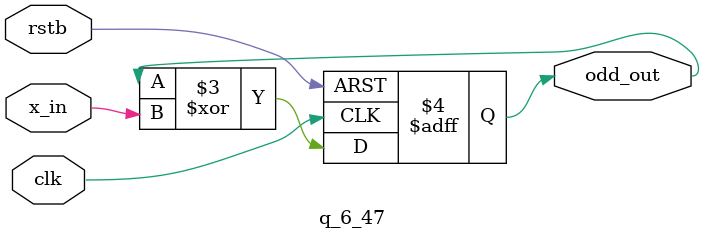
<source format=v>
module q_6_47 (
    input rstb, clk, x_in,
    output reg odd_out
);
    always @ (posedge clk, negedge rstb)
    begin   
        if (!rstb) odd_out <= 1'b0;
        else
            odd_out <= odd_out ^ x_in;
    end
endmodule

</source>
